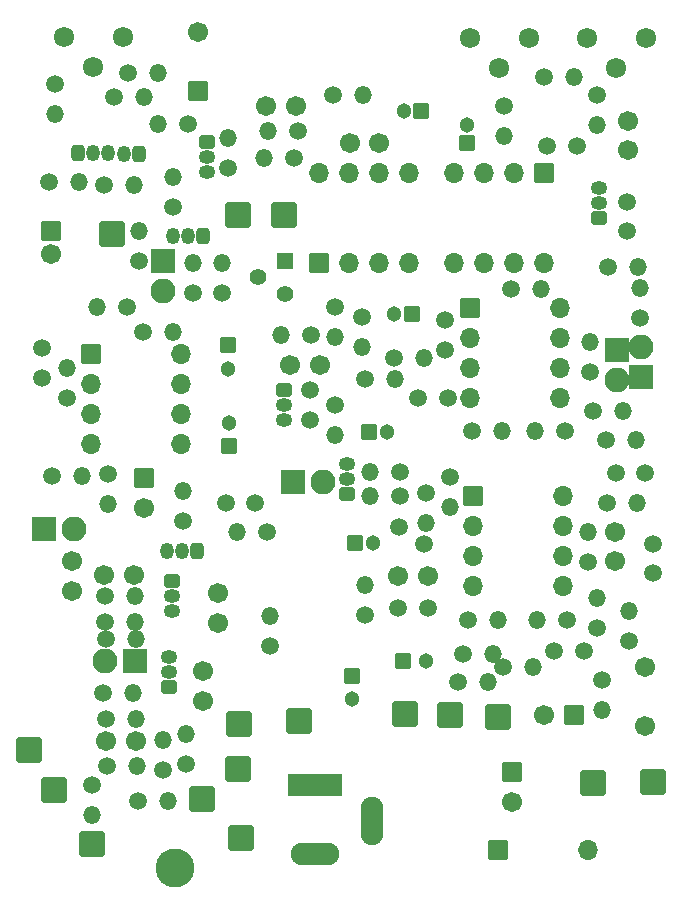
<source format=gbr>
%TF.GenerationSoftware,KiCad,Pcbnew,(6.0.0-0)*%
%TF.CreationDate,2022-11-25T12:17:00-08:00*%
%TF.ProjectId,Ibanez_FL-9,4962616e-657a-45f4-964c-2d392e6b6963,v02*%
%TF.SameCoordinates,Original*%
%TF.FileFunction,Soldermask,Top*%
%TF.FilePolarity,Negative*%
%FSLAX46Y46*%
G04 Gerber Fmt 4.6, Leading zero omitted, Abs format (unit mm)*
G04 Created by KiCad (PCBNEW (6.0.0-0)) date 2022-11-25 12:17:00*
%MOMM*%
%LPD*%
G01*
G04 APERTURE LIST*
G04 Aperture macros list*
%AMRoundRect*
0 Rectangle with rounded corners*
0 $1 Rounding radius*
0 $2 $3 $4 $5 $6 $7 $8 $9 X,Y pos of 4 corners*
0 Add a 4 corners polygon primitive as box body*
4,1,4,$2,$3,$4,$5,$6,$7,$8,$9,$2,$3,0*
0 Add four circle primitives for the rounded corners*
1,1,$1+$1,$2,$3*
1,1,$1+$1,$4,$5*
1,1,$1+$1,$6,$7*
1,1,$1+$1,$8,$9*
0 Add four rect primitives between the rounded corners*
20,1,$1+$1,$2,$3,$4,$5,0*
20,1,$1+$1,$4,$5,$6,$7,0*
20,1,$1+$1,$6,$7,$8,$9,0*
20,1,$1+$1,$8,$9,$2,$3,0*%
%AMHorizOval*
0 Thick line with rounded ends*
0 $1 width*
0 $2 $3 position (X,Y) of the first rounded end (center of the circle)*
0 $4 $5 position (X,Y) of the second rounded end (center of the circle)*
0 Add line between two ends*
20,1,$1,$2,$3,$4,$5,0*
0 Add two circle primitives to create the rounded ends*
1,1,$1,$2,$3*
1,1,$1,$4,$5*%
G04 Aperture macros list end*
%ADD10RoundRect,0.300801X-0.799999X-0.799999X0.799999X-0.799999X0.799999X0.799999X-0.799999X0.799999X0*%
%ADD11C,1.701600*%
%ADD12C,1.501600*%
%ADD13O,1.501600X1.501600*%
%ADD14RoundRect,0.050800X-1.000000X1.000000X-1.000000X-1.000000X1.000000X-1.000000X1.000000X1.000000X0*%
%ADD15O,2.101600X2.101600*%
%ADD16RoundRect,0.050800X-0.600000X-0.600000X0.600000X-0.600000X0.600000X0.600000X-0.600000X0.600000X0*%
%ADD17C,1.301600*%
%ADD18RoundRect,0.050800X-1.000000X-1.000000X1.000000X-1.000000X1.000000X1.000000X-1.000000X1.000000X0*%
%ADD19RoundRect,0.050800X1.000000X-1.000000X1.000000X1.000000X-1.000000X1.000000X-1.000000X-1.000000X0*%
%ADD20RoundRect,0.050800X0.800000X-0.800000X0.800000X0.800000X-0.800000X0.800000X-0.800000X-0.800000X0*%
%ADD21RoundRect,0.050800X-0.600000X0.600000X-0.600000X-0.600000X0.600000X-0.600000X0.600000X0.600000X0*%
%ADD22RoundRect,0.050800X0.600000X0.600000X-0.600000X0.600000X-0.600000X-0.600000X0.600000X-0.600000X0*%
%ADD23RoundRect,0.300700X0.275100X0.400100X-0.275100X0.400100X-0.275100X-0.400100X0.275100X-0.400100X0*%
%ADD24O,1.151600X1.401600*%
%ADD25RoundRect,0.300700X-0.400100X0.275100X-0.400100X-0.275100X0.400100X-0.275100X0.400100X0.275100X0*%
%ADD26O,1.401600X1.151600*%
%ADD27RoundRect,0.050800X-0.800000X0.800000X-0.800000X-0.800000X0.800000X-0.800000X0.800000X0.800000X0*%
%ADD28RoundRect,0.300700X0.400100X-0.275100X0.400100X0.275100X-0.400100X0.275100X-0.400100X-0.275100X0*%
%ADD29RoundRect,0.050800X-0.800000X-0.800000X0.800000X-0.800000X0.800000X0.800000X-0.800000X0.800000X0*%
%ADD30O,1.701600X1.701600*%
%ADD31RoundRect,0.300700X-0.275100X-0.400100X0.275100X-0.400100X0.275100X0.400100X-0.275100X0.400100X0*%
%ADD32RoundRect,0.050800X-2.200000X-0.900000X2.200000X-0.900000X2.200000X0.900000X-2.200000X0.900000X0*%
%ADD33O,4.101600X1.901600*%
%ADD34O,1.901600X4.101600*%
%ADD35C,1.721600*%
%ADD36RoundRect,0.050800X1.000000X1.000000X-1.000000X1.000000X-1.000000X-1.000000X1.000000X-1.000000X0*%
%ADD37RoundRect,0.050800X-0.650000X0.650000X-0.650000X-0.650000X0.650000X-0.650000X0.650000X0.650000X0*%
%ADD38C,1.401600*%
%ADD39HorizOval,1.501600X0.000000X0.000000X0.000000X0.000000X0*%
%ADD40RoundRect,0.050800X0.600000X-0.600000X0.600000X0.600000X-0.600000X0.600000X-0.600000X-0.600000X0*%
%ADD41C,3.301600*%
%ADD42RoundRect,0.050800X0.800000X0.800000X-0.800000X0.800000X-0.800000X-0.800000X0.800000X-0.800000X0*%
G04 APERTURE END LIST*
D10*
%TO.C,JP4*%
X219300000Y-100100000D03*
%TD*%
D11*
%TO.C,C126*%
X213350000Y-51600000D03*
X210850000Y-51600000D03*
%TD*%
D12*
%TO.C,R142*%
X190180000Y-93600000D03*
D13*
X192720000Y-93600000D03*
%TD*%
D10*
%TO.C,JP11*%
X198300000Y-107200000D03*
%TD*%
D11*
%TO.C,C118*%
X214950000Y-88300000D03*
X217450000Y-88300000D03*
%TD*%
%TO.C,C107*%
X234400000Y-52250000D03*
X234400000Y-49750000D03*
%TD*%
D14*
%TO.C,D107*%
X195000000Y-61652330D03*
D15*
X195000000Y-64192330D03*
%TD*%
D16*
%TO.C,C117*%
X211277401Y-85500000D03*
D17*
X212777401Y-85500000D03*
%TD*%
D11*
%TO.C,CR1*%
X199700000Y-89750000D03*
X199700000Y-92250000D03*
%TD*%
D18*
%TO.C,D105*%
X184952330Y-84300000D03*
D15*
X187492330Y-84300000D03*
%TD*%
D12*
%TO.C,R114*%
X209400000Y-47600000D03*
D13*
X211940000Y-47600000D03*
%TD*%
D12*
%TO.C,R116*%
X224480000Y-64000000D03*
D13*
X227020000Y-64000000D03*
%TD*%
D12*
%TO.C,R162*%
X197600000Y-64320000D03*
D13*
X197600000Y-61780000D03*
%TD*%
D16*
%TO.C,C115*%
X212477401Y-76100000D03*
D17*
X213977401Y-76100000D03*
%TD*%
D12*
%TO.C,R132*%
X220400000Y-94900000D03*
D13*
X222940000Y-94900000D03*
%TD*%
D11*
%TO.C,C101*%
X235800000Y-101000000D03*
X235800000Y-96000000D03*
%TD*%
D19*
%TO.C,D102*%
X235500000Y-71447670D03*
D15*
X235500000Y-68907670D03*
%TD*%
D10*
%TO.C,JP5*%
X215500000Y-100000000D03*
%TD*%
D12*
%TO.C,R130*%
X220880000Y-92000000D03*
D13*
X223420000Y-92000000D03*
%TD*%
D20*
%TO.C,C128*%
X198000000Y-47200000D03*
D11*
X198000000Y-42200000D03*
%TD*%
%TO.C,C114*%
X208300000Y-70400000D03*
X205800000Y-70400000D03*
%TD*%
D12*
%TO.C,R119*%
X212100000Y-71600000D03*
D13*
X214640000Y-71600000D03*
%TD*%
D21*
%TO.C,C130*%
X200500000Y-68727401D03*
D17*
X200500000Y-70727401D03*
%TD*%
D12*
%TO.C,R121*%
X209600000Y-65480000D03*
D13*
X209600000Y-68020000D03*
%TD*%
D12*
%TO.C,R149*%
X190000000Y-55200000D03*
D13*
X192540000Y-55200000D03*
%TD*%
D12*
%TO.C,R153*%
X190900000Y-47700000D03*
D13*
X193440000Y-47700000D03*
%TD*%
D12*
%TO.C,R124*%
X215100000Y-79500000D03*
D13*
X212560000Y-79500000D03*
%TD*%
D10*
%TO.C,JP1*%
X236500000Y-105700000D03*
%TD*%
D22*
%TO.C,C110*%
X216100000Y-66100000D03*
D17*
X214600000Y-66100000D03*
%TD*%
D23*
%TO.C,Q109*%
X198400000Y-59500000D03*
D24*
X197130000Y-59500000D03*
X195860000Y-59500000D03*
%TD*%
D25*
%TO.C,Q107*%
X198765000Y-51530000D03*
D26*
X198765000Y-52800000D03*
X198765000Y-54070000D03*
%TD*%
D10*
%TO.C,JP9*%
X201400000Y-104600000D03*
%TD*%
D12*
%TO.C,R143*%
X196700000Y-83620000D03*
D13*
X196700000Y-81080000D03*
%TD*%
D10*
%TO.C,JP13*%
X185800000Y-106400000D03*
%TD*%
D12*
%TO.C,C112*%
X218900000Y-69150000D03*
X218900000Y-66650000D03*
%TD*%
%TO.C,R110*%
X235400000Y-66420000D03*
D13*
X235400000Y-63880000D03*
%TD*%
D12*
%TO.C,R159*%
X190400000Y-79680000D03*
D13*
X190400000Y-82220000D03*
%TD*%
D12*
%TO.C,R127*%
X219300000Y-79900000D03*
D13*
X219300000Y-82440000D03*
%TD*%
D12*
%TO.C,R101*%
X234500000Y-93800000D03*
D13*
X234500000Y-91260000D03*
%TD*%
D12*
%TO.C,R118*%
X214580000Y-69800000D03*
D13*
X217120000Y-69800000D03*
%TD*%
D12*
%TO.C,R131*%
X219980000Y-97300000D03*
D13*
X222520000Y-97300000D03*
%TD*%
D22*
%TO.C,C109*%
X216900000Y-48900000D03*
D17*
X215400000Y-48900000D03*
%TD*%
D27*
%TO.C,C132*%
X193400000Y-79994888D03*
D11*
X193400000Y-82494888D03*
%TD*%
D12*
%TO.C,R109*%
X232500000Y-76800000D03*
D13*
X235040000Y-76800000D03*
%TD*%
D28*
%TO.C,Q103*%
X210635000Y-81370000D03*
D26*
X210635000Y-80100000D03*
X210635000Y-78830000D03*
%TD*%
D12*
%TO.C,C113*%
X207500000Y-72550000D03*
X207500000Y-75050000D03*
%TD*%
%TO.C,R157*%
X204100000Y-94200000D03*
D13*
X204100000Y-91660000D03*
%TD*%
D12*
%TO.C,R136*%
X190180000Y-100400000D03*
D13*
X192720000Y-100400000D03*
%TD*%
D12*
%TO.C,R115*%
X227300000Y-46000000D03*
D13*
X229840000Y-46000000D03*
%TD*%
D11*
%TO.C,C123*%
X190200000Y-102300000D03*
X192700000Y-102300000D03*
%TD*%
D29*
%TO.C,U101*%
X221300000Y-81500000D03*
D30*
X221300000Y-84040000D03*
X221300000Y-86580000D03*
X221300000Y-89120000D03*
X228920000Y-89120000D03*
X228920000Y-86580000D03*
X228920000Y-84040000D03*
X228920000Y-81500000D03*
%TD*%
D12*
%TO.C,R138*%
X190280000Y-104400000D03*
D13*
X192820000Y-104400000D03*
%TD*%
D10*
%TO.C,JP15*%
X205300000Y-57700000D03*
%TD*%
D11*
%TO.C,C127*%
X206250000Y-48500000D03*
X203750000Y-48500000D03*
%TD*%
D12*
%TO.C,R111*%
X232680000Y-62100000D03*
D13*
X235220000Y-62100000D03*
%TD*%
D10*
%TO.C,JP7*%
X201500000Y-100800000D03*
%TD*%
D31*
%TO.C,Q108*%
X187817000Y-52506500D03*
D24*
X189087000Y-52506500D03*
X190357000Y-52506500D03*
X191699000Y-52536500D03*
D23*
X192969000Y-52536500D03*
%TD*%
D12*
%TO.C,C103*%
X228150000Y-94600000D03*
X230650000Y-94600000D03*
%TD*%
%TO.C,C106*%
X234300000Y-59100000D03*
X234300000Y-56600000D03*
%TD*%
%TO.C,R108*%
X231400000Y-74300000D03*
D13*
X233940000Y-74300000D03*
%TD*%
D11*
%TO.C,C124*%
X187300000Y-87050000D03*
X187300000Y-89550000D03*
%TD*%
D10*
%TO.C,JP2*%
X231400000Y-105800000D03*
%TD*%
D12*
%TO.C,R141*%
X192880000Y-107300000D03*
D13*
X195420000Y-107300000D03*
%TD*%
D25*
%TO.C,Q105*%
X195765000Y-88730000D03*
D26*
X195765000Y-90000000D03*
X195765000Y-91270000D03*
%TD*%
D12*
%TO.C,R139*%
X197000000Y-104220000D03*
D13*
X197000000Y-101680000D03*
%TD*%
D12*
%TO.C,R145*%
X206100000Y-52900000D03*
D13*
X203560000Y-52900000D03*
%TD*%
D12*
%TO.C,R107*%
X231200000Y-71020000D03*
D13*
X231200000Y-68480000D03*
%TD*%
D29*
%TO.C,U103*%
X188900000Y-69500000D03*
D30*
X188900000Y-72040000D03*
X188900000Y-74580000D03*
X188900000Y-77120000D03*
X196520000Y-77120000D03*
X196520000Y-74580000D03*
X196520000Y-72040000D03*
X196520000Y-69500000D03*
%TD*%
D11*
%TO.C,C102*%
X233300000Y-87050000D03*
X233300000Y-84550000D03*
%TD*%
D20*
%TO.C,U105*%
X208200000Y-61800000D03*
D30*
X210740000Y-61800000D03*
X213280000Y-61800000D03*
X215820000Y-61800000D03*
X215820000Y-54180000D03*
X213280000Y-54180000D03*
X210740000Y-54180000D03*
X208200000Y-54180000D03*
%TD*%
D12*
%TO.C,R152*%
X185900000Y-46600000D03*
D13*
X185900000Y-49140000D03*
%TD*%
D27*
%TO.C,U104*%
X227300000Y-54200000D03*
D30*
X224760000Y-54200000D03*
X222220000Y-54200000D03*
X219680000Y-54200000D03*
X219680000Y-61820000D03*
X222220000Y-61820000D03*
X224760000Y-61820000D03*
X227300000Y-61820000D03*
%TD*%
D12*
%TO.C,R104*%
X231800000Y-92700000D03*
D13*
X231800000Y-90160000D03*
%TD*%
D32*
%TO.C,J3*%
X207900000Y-106000000D03*
D33*
X207900000Y-111800000D03*
D34*
X212700000Y-109000000D03*
%TD*%
D12*
%TO.C,C111*%
X216650000Y-73200000D03*
X219150000Y-73200000D03*
%TD*%
D35*
%TO.C,RV103*%
X235900000Y-42775000D03*
X233400000Y-45275000D03*
X230900000Y-42775000D03*
%TD*%
D10*
%TO.C,JP12*%
X189000000Y-111000000D03*
%TD*%
%TO.C,JP16*%
X190700000Y-59300000D03*
%TD*%
D12*
%TO.C,C121*%
X200350000Y-82100000D03*
X202850000Y-82100000D03*
%TD*%
%TO.C,C105*%
X236500000Y-88050000D03*
X236500000Y-85550000D03*
%TD*%
%TO.C,R134*%
X190080000Y-92200000D03*
D13*
X192620000Y-92200000D03*
%TD*%
D10*
%TO.C,JP3*%
X223400000Y-100200000D03*
%TD*%
D12*
%TO.C,R163*%
X232200000Y-97080000D03*
D13*
X232200000Y-99620000D03*
%TD*%
D12*
%TO.C,R103*%
X231000000Y-87120000D03*
D13*
X231000000Y-84580000D03*
%TD*%
D23*
%TO.C,Q106*%
X197900000Y-86200000D03*
D24*
X196630000Y-86200000D03*
X195360000Y-86200000D03*
%TD*%
D12*
%TO.C,R112*%
X231800000Y-47580000D03*
D13*
X231800000Y-50120000D03*
%TD*%
D28*
%TO.C,Q101*%
X231900000Y-58000000D03*
D26*
X231900000Y-56730000D03*
X231900000Y-55460000D03*
%TD*%
D35*
%TO.C,RV102*%
X226000000Y-42775000D03*
X223500000Y-45275000D03*
X221000000Y-42775000D03*
%TD*%
D12*
%TO.C,C129*%
X184800000Y-71500000D03*
X184800000Y-69000000D03*
%TD*%
D21*
%TO.C,C116*%
X211000000Y-96727401D03*
D17*
X211000000Y-98727401D03*
%TD*%
D12*
%TO.C,C119*%
X214950000Y-91000000D03*
X217450000Y-91000000D03*
%TD*%
D35*
%TO.C,RV101*%
X191600000Y-42675000D03*
X189100000Y-45175000D03*
X186600000Y-42675000D03*
%TD*%
D12*
%TO.C,R125*%
X215100000Y-81500000D03*
D13*
X212560000Y-81500000D03*
%TD*%
D12*
%TO.C,R140*%
X195000000Y-104720000D03*
D13*
X195000000Y-102180000D03*
%TD*%
D29*
%TO.C,U102*%
X221000000Y-65600000D03*
D30*
X221000000Y-68140000D03*
X221000000Y-70680000D03*
X221000000Y-73220000D03*
X228620000Y-73220000D03*
X228620000Y-70680000D03*
X228620000Y-68140000D03*
X228620000Y-65600000D03*
%TD*%
D12*
%TO.C,R120*%
X221180000Y-76000000D03*
D13*
X223720000Y-76000000D03*
%TD*%
D36*
%TO.C,D104*%
X192647670Y-95500000D03*
D15*
X190107670Y-95500000D03*
%TD*%
D16*
%TO.C,C120*%
X215327401Y-95500000D03*
D17*
X217327401Y-95500000D03*
%TD*%
D12*
%TO.C,R122*%
X207520000Y-67900000D03*
D13*
X204980000Y-67900000D03*
%TD*%
D10*
%TO.C,JP6*%
X206500000Y-100600000D03*
%TD*%
D12*
%TO.C,R133*%
X203820000Y-84600000D03*
D13*
X201280000Y-84600000D03*
%TD*%
D25*
%TO.C,Q102*%
X205300000Y-72530000D03*
D26*
X205300000Y-73800000D03*
X205300000Y-75070000D03*
%TD*%
D12*
%TO.C,R105*%
X232580000Y-82100000D03*
D13*
X235120000Y-82100000D03*
%TD*%
D12*
%TO.C,R106*%
X229100000Y-76000000D03*
D13*
X226560000Y-76000000D03*
%TD*%
D37*
%TO.C,U106*%
X205383000Y-61603000D03*
D38*
X203097000Y-63000000D03*
X205383000Y-64397000D03*
%TD*%
D12*
%TO.C,R161*%
X195900000Y-57020000D03*
D13*
X195900000Y-54480000D03*
%TD*%
D29*
%TO.C,D106*%
X223390000Y-111500000D03*
D30*
X231010000Y-111500000D03*
%TD*%
D27*
%TO.C,C133*%
X224600000Y-104917621D03*
D11*
X224600000Y-107417621D03*
%TD*%
D10*
%TO.C,JP8*%
X201400000Y-57700000D03*
%TD*%
D11*
%TO.C,CR2*%
X198400000Y-96350000D03*
X198400000Y-98850000D03*
%TD*%
D12*
%TO.C,R126*%
X217100000Y-85600000D03*
D39*
X215019354Y-84143116D03*
%TD*%
D14*
%TO.C,D101*%
X233500000Y-69152330D03*
D15*
X233500000Y-71692330D03*
%TD*%
D12*
%TO.C,C108*%
X230050000Y-51900000D03*
X227550000Y-51900000D03*
%TD*%
%TO.C,R102*%
X229200000Y-92000000D03*
D13*
X226660000Y-92000000D03*
%TD*%
D12*
%TO.C,R113*%
X223900000Y-48500000D03*
D13*
X223900000Y-51040000D03*
%TD*%
D18*
%TO.C,D103*%
X206052330Y-80300000D03*
D15*
X208592330Y-80300000D03*
%TD*%
D12*
%TO.C,C104*%
X235850000Y-79600000D03*
X233350000Y-79600000D03*
%TD*%
%TO.C,R146*%
X206420000Y-50600000D03*
D13*
X203880000Y-50600000D03*
%TD*%
D10*
%TO.C,JP14*%
X183700000Y-103000000D03*
%TD*%
D12*
%TO.C,R165*%
X200000000Y-64320000D03*
D13*
X200000000Y-61780000D03*
%TD*%
D12*
%TO.C,R128*%
X212100000Y-91600000D03*
D13*
X212100000Y-89060000D03*
%TD*%
D40*
%TO.C,C131*%
X200600000Y-77300000D03*
D17*
X200600000Y-75300000D03*
%TD*%
D12*
%TO.C,R137*%
X190080000Y-90000000D03*
D13*
X192620000Y-90000000D03*
%TD*%
D12*
%TO.C,R158*%
X193300000Y-67600000D03*
D13*
X195840000Y-67600000D03*
%TD*%
D12*
%TO.C,R156*%
X192000000Y-65500000D03*
D13*
X189460000Y-65500000D03*
%TD*%
D40*
%TO.C,C125*%
X220800000Y-51600000D03*
D17*
X220800000Y-50100000D03*
%TD*%
D27*
%TO.C,C134*%
X185500000Y-59044888D03*
D11*
X185500000Y-61044888D03*
%TD*%
D12*
%TO.C,R135*%
X189980000Y-98200000D03*
D13*
X192520000Y-98200000D03*
%TD*%
D12*
%TO.C,R150*%
X185380000Y-54900000D03*
D13*
X187920000Y-54900000D03*
%TD*%
D12*
%TO.C,R154*%
X185600000Y-79800000D03*
D13*
X188140000Y-79800000D03*
%TD*%
D28*
%TO.C,Q104*%
X195535000Y-97670000D03*
D26*
X195535000Y-96400000D03*
X195535000Y-95130000D03*
%TD*%
D41*
%TO.C,REF\u002A\u002A*%
X196000000Y-113000000D03*
%TD*%
D12*
%TO.C,R148*%
X197120000Y-50000000D03*
D13*
X194580000Y-50000000D03*
%TD*%
D12*
%TO.C,R117*%
X211900000Y-66380000D03*
D13*
X211900000Y-68920000D03*
%TD*%
D12*
%TO.C,R147*%
X200500000Y-53720000D03*
D13*
X200500000Y-51180000D03*
%TD*%
D12*
%TO.C,R144*%
X189000000Y-105980000D03*
D13*
X189000000Y-108520000D03*
%TD*%
D12*
%TO.C,R164*%
X223780000Y-96000000D03*
D13*
X226320000Y-96000000D03*
%TD*%
D42*
%TO.C,C135*%
X229805113Y-100100000D03*
D11*
X227305113Y-100100000D03*
%TD*%
D12*
%TO.C,R160*%
X193000000Y-61620000D03*
D13*
X193000000Y-59080000D03*
%TD*%
D10*
%TO.C,JP10*%
X201600000Y-110500000D03*
%TD*%
D11*
%TO.C,C122*%
X190050000Y-88200000D03*
X192550000Y-88200000D03*
%TD*%
D12*
%TO.C,R151*%
X192100000Y-45700000D03*
D13*
X194640000Y-45700000D03*
%TD*%
D12*
%TO.C,R155*%
X186900000Y-73220000D03*
D13*
X186900000Y-70680000D03*
%TD*%
D12*
%TO.C,R129*%
X217300000Y-81300000D03*
D13*
X217300000Y-83840000D03*
%TD*%
D12*
%TO.C,R123*%
X209600000Y-73800000D03*
D13*
X209600000Y-76340000D03*
%TD*%
M02*

</source>
